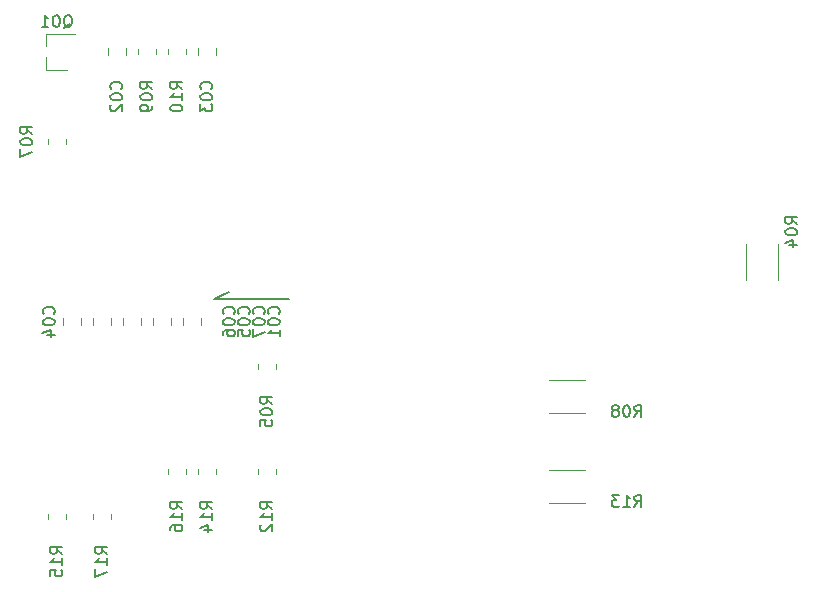
<source format=gbr>
%TF.GenerationSoftware,KiCad,Pcbnew,(6.0.6)*%
%TF.CreationDate,2022-08-31T19:42:32-05:00*%
%TF.ProjectId,Lavadora,4c617661-646f-4726-912e-6b696361645f,rev?*%
%TF.SameCoordinates,Original*%
%TF.FileFunction,Legend,Bot*%
%TF.FilePolarity,Positive*%
%FSLAX46Y46*%
G04 Gerber Fmt 4.6, Leading zero omitted, Abs format (unit mm)*
G04 Created by KiCad (PCBNEW (6.0.6)) date 2022-08-31 19:42:32*
%MOMM*%
%LPD*%
G01*
G04 APERTURE LIST*
%ADD10C,0.150000*%
%ADD11C,0.120000*%
G04 APERTURE END LIST*
D10*
X18415000Y-26035000D02*
X19685000Y-25400000D01*
X24765000Y-26035000D02*
X18415000Y-26035000D01*
%TO.C,R04*%
X67762380Y-19677142D02*
X67286190Y-19343809D01*
X67762380Y-19105714D02*
X66762380Y-19105714D01*
X66762380Y-19486666D01*
X66810000Y-19581904D01*
X66857619Y-19629523D01*
X66952857Y-19677142D01*
X67095714Y-19677142D01*
X67190952Y-19629523D01*
X67238571Y-19581904D01*
X67286190Y-19486666D01*
X67286190Y-19105714D01*
X66762380Y-20296190D02*
X66762380Y-20391428D01*
X66810000Y-20486666D01*
X66857619Y-20534285D01*
X66952857Y-20581904D01*
X67143333Y-20629523D01*
X67381428Y-20629523D01*
X67571904Y-20581904D01*
X67667142Y-20534285D01*
X67714761Y-20486666D01*
X67762380Y-20391428D01*
X67762380Y-20296190D01*
X67714761Y-20200952D01*
X67667142Y-20153333D01*
X67571904Y-20105714D01*
X67381428Y-20058095D01*
X67143333Y-20058095D01*
X66952857Y-20105714D01*
X66857619Y-20153333D01*
X66810000Y-20200952D01*
X66762380Y-20296190D01*
X67095714Y-21486666D02*
X67762380Y-21486666D01*
X66714761Y-21248571D02*
X67429047Y-21010476D01*
X67429047Y-21629523D01*
%TO.C,R13*%
X53982857Y-43632380D02*
X54316190Y-43156190D01*
X54554285Y-43632380D02*
X54554285Y-42632380D01*
X54173333Y-42632380D01*
X54078095Y-42680000D01*
X54030476Y-42727619D01*
X53982857Y-42822857D01*
X53982857Y-42965714D01*
X54030476Y-43060952D01*
X54078095Y-43108571D01*
X54173333Y-43156190D01*
X54554285Y-43156190D01*
X53030476Y-43632380D02*
X53601904Y-43632380D01*
X53316190Y-43632380D02*
X53316190Y-42632380D01*
X53411428Y-42775238D01*
X53506666Y-42870476D01*
X53601904Y-42918095D01*
X52697142Y-42632380D02*
X52078095Y-42632380D01*
X52411428Y-43013333D01*
X52268571Y-43013333D01*
X52173333Y-43060952D01*
X52125714Y-43108571D01*
X52078095Y-43203809D01*
X52078095Y-43441904D01*
X52125714Y-43537142D01*
X52173333Y-43584761D01*
X52268571Y-43632380D01*
X52554285Y-43632380D01*
X52649523Y-43584761D01*
X52697142Y-43537142D01*
%TO.C,R08*%
X53982857Y-36012380D02*
X54316190Y-35536190D01*
X54554285Y-36012380D02*
X54554285Y-35012380D01*
X54173333Y-35012380D01*
X54078095Y-35060000D01*
X54030476Y-35107619D01*
X53982857Y-35202857D01*
X53982857Y-35345714D01*
X54030476Y-35440952D01*
X54078095Y-35488571D01*
X54173333Y-35536190D01*
X54554285Y-35536190D01*
X53363809Y-35012380D02*
X53268571Y-35012380D01*
X53173333Y-35060000D01*
X53125714Y-35107619D01*
X53078095Y-35202857D01*
X53030476Y-35393333D01*
X53030476Y-35631428D01*
X53078095Y-35821904D01*
X53125714Y-35917142D01*
X53173333Y-35964761D01*
X53268571Y-36012380D01*
X53363809Y-36012380D01*
X53459047Y-35964761D01*
X53506666Y-35917142D01*
X53554285Y-35821904D01*
X53601904Y-35631428D01*
X53601904Y-35393333D01*
X53554285Y-35202857D01*
X53506666Y-35107619D01*
X53459047Y-35060000D01*
X53363809Y-35012380D01*
X52459047Y-35440952D02*
X52554285Y-35393333D01*
X52601904Y-35345714D01*
X52649523Y-35250476D01*
X52649523Y-35202857D01*
X52601904Y-35107619D01*
X52554285Y-35060000D01*
X52459047Y-35012380D01*
X52268571Y-35012380D01*
X52173333Y-35060000D01*
X52125714Y-35107619D01*
X52078095Y-35202857D01*
X52078095Y-35250476D01*
X52125714Y-35345714D01*
X52173333Y-35393333D01*
X52268571Y-35440952D01*
X52459047Y-35440952D01*
X52554285Y-35488571D01*
X52601904Y-35536190D01*
X52649523Y-35631428D01*
X52649523Y-35821904D01*
X52601904Y-35917142D01*
X52554285Y-35964761D01*
X52459047Y-36012380D01*
X52268571Y-36012380D01*
X52173333Y-35964761D01*
X52125714Y-35917142D01*
X52078095Y-35821904D01*
X52078095Y-35631428D01*
X52125714Y-35536190D01*
X52173333Y-35488571D01*
X52268571Y-35440952D01*
%TO.C,C02*%
X10517142Y-8247142D02*
X10564761Y-8199523D01*
X10612380Y-8056666D01*
X10612380Y-7961428D01*
X10564761Y-7818571D01*
X10469523Y-7723333D01*
X10374285Y-7675714D01*
X10183809Y-7628095D01*
X10040952Y-7628095D01*
X9850476Y-7675714D01*
X9755238Y-7723333D01*
X9660000Y-7818571D01*
X9612380Y-7961428D01*
X9612380Y-8056666D01*
X9660000Y-8199523D01*
X9707619Y-8247142D01*
X9612380Y-8866190D02*
X9612380Y-8961428D01*
X9660000Y-9056666D01*
X9707619Y-9104285D01*
X9802857Y-9151904D01*
X9993333Y-9199523D01*
X10231428Y-9199523D01*
X10421904Y-9151904D01*
X10517142Y-9104285D01*
X10564761Y-9056666D01*
X10612380Y-8961428D01*
X10612380Y-8866190D01*
X10564761Y-8770952D01*
X10517142Y-8723333D01*
X10421904Y-8675714D01*
X10231428Y-8628095D01*
X9993333Y-8628095D01*
X9802857Y-8675714D01*
X9707619Y-8723333D01*
X9660000Y-8770952D01*
X9612380Y-8866190D01*
X9707619Y-9580476D02*
X9660000Y-9628095D01*
X9612380Y-9723333D01*
X9612380Y-9961428D01*
X9660000Y-10056666D01*
X9707619Y-10104285D01*
X9802857Y-10151904D01*
X9898095Y-10151904D01*
X10040952Y-10104285D01*
X10612380Y-9532857D01*
X10612380Y-10151904D01*
%TO.C,C03*%
X18137142Y-8247142D02*
X18184761Y-8199523D01*
X18232380Y-8056666D01*
X18232380Y-7961428D01*
X18184761Y-7818571D01*
X18089523Y-7723333D01*
X17994285Y-7675714D01*
X17803809Y-7628095D01*
X17660952Y-7628095D01*
X17470476Y-7675714D01*
X17375238Y-7723333D01*
X17280000Y-7818571D01*
X17232380Y-7961428D01*
X17232380Y-8056666D01*
X17280000Y-8199523D01*
X17327619Y-8247142D01*
X17232380Y-8866190D02*
X17232380Y-8961428D01*
X17280000Y-9056666D01*
X17327619Y-9104285D01*
X17422857Y-9151904D01*
X17613333Y-9199523D01*
X17851428Y-9199523D01*
X18041904Y-9151904D01*
X18137142Y-9104285D01*
X18184761Y-9056666D01*
X18232380Y-8961428D01*
X18232380Y-8866190D01*
X18184761Y-8770952D01*
X18137142Y-8723333D01*
X18041904Y-8675714D01*
X17851428Y-8628095D01*
X17613333Y-8628095D01*
X17422857Y-8675714D01*
X17327619Y-8723333D01*
X17280000Y-8770952D01*
X17232380Y-8866190D01*
X17232380Y-9532857D02*
X17232380Y-10151904D01*
X17613333Y-9818571D01*
X17613333Y-9961428D01*
X17660952Y-10056666D01*
X17708571Y-10104285D01*
X17803809Y-10151904D01*
X18041904Y-10151904D01*
X18137142Y-10104285D01*
X18184761Y-10056666D01*
X18232380Y-9961428D01*
X18232380Y-9675714D01*
X18184761Y-9580476D01*
X18137142Y-9532857D01*
%TO.C,C07*%
X22582142Y-27297142D02*
X22629761Y-27249523D01*
X22677380Y-27106666D01*
X22677380Y-27011428D01*
X22629761Y-26868571D01*
X22534523Y-26773333D01*
X22439285Y-26725714D01*
X22248809Y-26678095D01*
X22105952Y-26678095D01*
X21915476Y-26725714D01*
X21820238Y-26773333D01*
X21725000Y-26868571D01*
X21677380Y-27011428D01*
X21677380Y-27106666D01*
X21725000Y-27249523D01*
X21772619Y-27297142D01*
X21677380Y-27916190D02*
X21677380Y-28011428D01*
X21725000Y-28106666D01*
X21772619Y-28154285D01*
X21867857Y-28201904D01*
X22058333Y-28249523D01*
X22296428Y-28249523D01*
X22486904Y-28201904D01*
X22582142Y-28154285D01*
X22629761Y-28106666D01*
X22677380Y-28011428D01*
X22677380Y-27916190D01*
X22629761Y-27820952D01*
X22582142Y-27773333D01*
X22486904Y-27725714D01*
X22296428Y-27678095D01*
X22058333Y-27678095D01*
X21867857Y-27725714D01*
X21772619Y-27773333D01*
X21725000Y-27820952D01*
X21677380Y-27916190D01*
X21677380Y-28582857D02*
X21677380Y-29249523D01*
X22677380Y-28820952D01*
%TO.C,Q01*%
X5651428Y-3087619D02*
X5746666Y-3040000D01*
X5841904Y-2944761D01*
X5984761Y-2801904D01*
X6080000Y-2754285D01*
X6175238Y-2754285D01*
X6127619Y-2992380D02*
X6222857Y-2944761D01*
X6318095Y-2849523D01*
X6365714Y-2659047D01*
X6365714Y-2325714D01*
X6318095Y-2135238D01*
X6222857Y-2040000D01*
X6127619Y-1992380D01*
X5937142Y-1992380D01*
X5841904Y-2040000D01*
X5746666Y-2135238D01*
X5699047Y-2325714D01*
X5699047Y-2659047D01*
X5746666Y-2849523D01*
X5841904Y-2944761D01*
X5937142Y-2992380D01*
X6127619Y-2992380D01*
X5080000Y-1992380D02*
X4984761Y-1992380D01*
X4889523Y-2040000D01*
X4841904Y-2087619D01*
X4794285Y-2182857D01*
X4746666Y-2373333D01*
X4746666Y-2611428D01*
X4794285Y-2801904D01*
X4841904Y-2897142D01*
X4889523Y-2944761D01*
X4984761Y-2992380D01*
X5080000Y-2992380D01*
X5175238Y-2944761D01*
X5222857Y-2897142D01*
X5270476Y-2801904D01*
X5318095Y-2611428D01*
X5318095Y-2373333D01*
X5270476Y-2182857D01*
X5222857Y-2087619D01*
X5175238Y-2040000D01*
X5080000Y-1992380D01*
X3794285Y-2992380D02*
X4365714Y-2992380D01*
X4080000Y-2992380D02*
X4080000Y-1992380D01*
X4175238Y-2135238D01*
X4270476Y-2230476D01*
X4365714Y-2278095D01*
%TO.C,R16*%
X15692380Y-43807142D02*
X15216190Y-43473809D01*
X15692380Y-43235714D02*
X14692380Y-43235714D01*
X14692380Y-43616666D01*
X14740000Y-43711904D01*
X14787619Y-43759523D01*
X14882857Y-43807142D01*
X15025714Y-43807142D01*
X15120952Y-43759523D01*
X15168571Y-43711904D01*
X15216190Y-43616666D01*
X15216190Y-43235714D01*
X15692380Y-44759523D02*
X15692380Y-44188095D01*
X15692380Y-44473809D02*
X14692380Y-44473809D01*
X14835238Y-44378571D01*
X14930476Y-44283333D01*
X14978095Y-44188095D01*
X14692380Y-45616666D02*
X14692380Y-45426190D01*
X14740000Y-45330952D01*
X14787619Y-45283333D01*
X14930476Y-45188095D01*
X15120952Y-45140476D01*
X15501904Y-45140476D01*
X15597142Y-45188095D01*
X15644761Y-45235714D01*
X15692380Y-45330952D01*
X15692380Y-45521428D01*
X15644761Y-45616666D01*
X15597142Y-45664285D01*
X15501904Y-45711904D01*
X15263809Y-45711904D01*
X15168571Y-45664285D01*
X15120952Y-45616666D01*
X15073333Y-45521428D01*
X15073333Y-45330952D01*
X15120952Y-45235714D01*
X15168571Y-45188095D01*
X15263809Y-45140476D01*
%TO.C,C01*%
X23852142Y-27297142D02*
X23899761Y-27249523D01*
X23947380Y-27106666D01*
X23947380Y-27011428D01*
X23899761Y-26868571D01*
X23804523Y-26773333D01*
X23709285Y-26725714D01*
X23518809Y-26678095D01*
X23375952Y-26678095D01*
X23185476Y-26725714D01*
X23090238Y-26773333D01*
X22995000Y-26868571D01*
X22947380Y-27011428D01*
X22947380Y-27106666D01*
X22995000Y-27249523D01*
X23042619Y-27297142D01*
X22947380Y-27916190D02*
X22947380Y-28011428D01*
X22995000Y-28106666D01*
X23042619Y-28154285D01*
X23137857Y-28201904D01*
X23328333Y-28249523D01*
X23566428Y-28249523D01*
X23756904Y-28201904D01*
X23852142Y-28154285D01*
X23899761Y-28106666D01*
X23947380Y-28011428D01*
X23947380Y-27916190D01*
X23899761Y-27820952D01*
X23852142Y-27773333D01*
X23756904Y-27725714D01*
X23566428Y-27678095D01*
X23328333Y-27678095D01*
X23137857Y-27725714D01*
X23042619Y-27773333D01*
X22995000Y-27820952D01*
X22947380Y-27916190D01*
X23947380Y-29201904D02*
X23947380Y-28630476D01*
X23947380Y-28916190D02*
X22947380Y-28916190D01*
X23090238Y-28820952D01*
X23185476Y-28725714D01*
X23233095Y-28630476D01*
%TO.C,C04*%
X4802142Y-27297142D02*
X4849761Y-27249523D01*
X4897380Y-27106666D01*
X4897380Y-27011428D01*
X4849761Y-26868571D01*
X4754523Y-26773333D01*
X4659285Y-26725714D01*
X4468809Y-26678095D01*
X4325952Y-26678095D01*
X4135476Y-26725714D01*
X4040238Y-26773333D01*
X3945000Y-26868571D01*
X3897380Y-27011428D01*
X3897380Y-27106666D01*
X3945000Y-27249523D01*
X3992619Y-27297142D01*
X3897380Y-27916190D02*
X3897380Y-28011428D01*
X3945000Y-28106666D01*
X3992619Y-28154285D01*
X4087857Y-28201904D01*
X4278333Y-28249523D01*
X4516428Y-28249523D01*
X4706904Y-28201904D01*
X4802142Y-28154285D01*
X4849761Y-28106666D01*
X4897380Y-28011428D01*
X4897380Y-27916190D01*
X4849761Y-27820952D01*
X4802142Y-27773333D01*
X4706904Y-27725714D01*
X4516428Y-27678095D01*
X4278333Y-27678095D01*
X4087857Y-27725714D01*
X3992619Y-27773333D01*
X3945000Y-27820952D01*
X3897380Y-27916190D01*
X4230714Y-29106666D02*
X4897380Y-29106666D01*
X3849761Y-28868571D02*
X4564047Y-28630476D01*
X4564047Y-29249523D01*
%TO.C,R14*%
X18232380Y-43807142D02*
X17756190Y-43473809D01*
X18232380Y-43235714D02*
X17232380Y-43235714D01*
X17232380Y-43616666D01*
X17280000Y-43711904D01*
X17327619Y-43759523D01*
X17422857Y-43807142D01*
X17565714Y-43807142D01*
X17660952Y-43759523D01*
X17708571Y-43711904D01*
X17756190Y-43616666D01*
X17756190Y-43235714D01*
X18232380Y-44759523D02*
X18232380Y-44188095D01*
X18232380Y-44473809D02*
X17232380Y-44473809D01*
X17375238Y-44378571D01*
X17470476Y-44283333D01*
X17518095Y-44188095D01*
X17565714Y-45616666D02*
X18232380Y-45616666D01*
X17184761Y-45378571D02*
X17899047Y-45140476D01*
X17899047Y-45759523D01*
%TO.C,R12*%
X23312380Y-43807142D02*
X22836190Y-43473809D01*
X23312380Y-43235714D02*
X22312380Y-43235714D01*
X22312380Y-43616666D01*
X22360000Y-43711904D01*
X22407619Y-43759523D01*
X22502857Y-43807142D01*
X22645714Y-43807142D01*
X22740952Y-43759523D01*
X22788571Y-43711904D01*
X22836190Y-43616666D01*
X22836190Y-43235714D01*
X23312380Y-44759523D02*
X23312380Y-44188095D01*
X23312380Y-44473809D02*
X22312380Y-44473809D01*
X22455238Y-44378571D01*
X22550476Y-44283333D01*
X22598095Y-44188095D01*
X22407619Y-45140476D02*
X22360000Y-45188095D01*
X22312380Y-45283333D01*
X22312380Y-45521428D01*
X22360000Y-45616666D01*
X22407619Y-45664285D01*
X22502857Y-45711904D01*
X22598095Y-45711904D01*
X22740952Y-45664285D01*
X23312380Y-45092857D01*
X23312380Y-45711904D01*
%TO.C,R07*%
X2992380Y-12057142D02*
X2516190Y-11723809D01*
X2992380Y-11485714D02*
X1992380Y-11485714D01*
X1992380Y-11866666D01*
X2040000Y-11961904D01*
X2087619Y-12009523D01*
X2182857Y-12057142D01*
X2325714Y-12057142D01*
X2420952Y-12009523D01*
X2468571Y-11961904D01*
X2516190Y-11866666D01*
X2516190Y-11485714D01*
X1992380Y-12676190D02*
X1992380Y-12771428D01*
X2040000Y-12866666D01*
X2087619Y-12914285D01*
X2182857Y-12961904D01*
X2373333Y-13009523D01*
X2611428Y-13009523D01*
X2801904Y-12961904D01*
X2897142Y-12914285D01*
X2944761Y-12866666D01*
X2992380Y-12771428D01*
X2992380Y-12676190D01*
X2944761Y-12580952D01*
X2897142Y-12533333D01*
X2801904Y-12485714D01*
X2611428Y-12438095D01*
X2373333Y-12438095D01*
X2182857Y-12485714D01*
X2087619Y-12533333D01*
X2040000Y-12580952D01*
X1992380Y-12676190D01*
X1992380Y-13342857D02*
X1992380Y-14009523D01*
X2992380Y-13580952D01*
%TO.C,C05*%
X21312142Y-27297142D02*
X21359761Y-27249523D01*
X21407380Y-27106666D01*
X21407380Y-27011428D01*
X21359761Y-26868571D01*
X21264523Y-26773333D01*
X21169285Y-26725714D01*
X20978809Y-26678095D01*
X20835952Y-26678095D01*
X20645476Y-26725714D01*
X20550238Y-26773333D01*
X20455000Y-26868571D01*
X20407380Y-27011428D01*
X20407380Y-27106666D01*
X20455000Y-27249523D01*
X20502619Y-27297142D01*
X20407380Y-27916190D02*
X20407380Y-28011428D01*
X20455000Y-28106666D01*
X20502619Y-28154285D01*
X20597857Y-28201904D01*
X20788333Y-28249523D01*
X21026428Y-28249523D01*
X21216904Y-28201904D01*
X21312142Y-28154285D01*
X21359761Y-28106666D01*
X21407380Y-28011428D01*
X21407380Y-27916190D01*
X21359761Y-27820952D01*
X21312142Y-27773333D01*
X21216904Y-27725714D01*
X21026428Y-27678095D01*
X20788333Y-27678095D01*
X20597857Y-27725714D01*
X20502619Y-27773333D01*
X20455000Y-27820952D01*
X20407380Y-27916190D01*
X20407380Y-29154285D02*
X20407380Y-28678095D01*
X20883571Y-28630476D01*
X20835952Y-28678095D01*
X20788333Y-28773333D01*
X20788333Y-29011428D01*
X20835952Y-29106666D01*
X20883571Y-29154285D01*
X20978809Y-29201904D01*
X21216904Y-29201904D01*
X21312142Y-29154285D01*
X21359761Y-29106666D01*
X21407380Y-29011428D01*
X21407380Y-28773333D01*
X21359761Y-28678095D01*
X21312142Y-28630476D01*
%TO.C,R09*%
X13152380Y-8247142D02*
X12676190Y-7913809D01*
X13152380Y-7675714D02*
X12152380Y-7675714D01*
X12152380Y-8056666D01*
X12200000Y-8151904D01*
X12247619Y-8199523D01*
X12342857Y-8247142D01*
X12485714Y-8247142D01*
X12580952Y-8199523D01*
X12628571Y-8151904D01*
X12676190Y-8056666D01*
X12676190Y-7675714D01*
X12152380Y-8866190D02*
X12152380Y-8961428D01*
X12200000Y-9056666D01*
X12247619Y-9104285D01*
X12342857Y-9151904D01*
X12533333Y-9199523D01*
X12771428Y-9199523D01*
X12961904Y-9151904D01*
X13057142Y-9104285D01*
X13104761Y-9056666D01*
X13152380Y-8961428D01*
X13152380Y-8866190D01*
X13104761Y-8770952D01*
X13057142Y-8723333D01*
X12961904Y-8675714D01*
X12771428Y-8628095D01*
X12533333Y-8628095D01*
X12342857Y-8675714D01*
X12247619Y-8723333D01*
X12200000Y-8770952D01*
X12152380Y-8866190D01*
X13152380Y-9675714D02*
X13152380Y-9866190D01*
X13104761Y-9961428D01*
X13057142Y-10009047D01*
X12914285Y-10104285D01*
X12723809Y-10151904D01*
X12342857Y-10151904D01*
X12247619Y-10104285D01*
X12200000Y-10056666D01*
X12152380Y-9961428D01*
X12152380Y-9770952D01*
X12200000Y-9675714D01*
X12247619Y-9628095D01*
X12342857Y-9580476D01*
X12580952Y-9580476D01*
X12676190Y-9628095D01*
X12723809Y-9675714D01*
X12771428Y-9770952D01*
X12771428Y-9961428D01*
X12723809Y-10056666D01*
X12676190Y-10104285D01*
X12580952Y-10151904D01*
%TO.C,R15*%
X5532380Y-47617142D02*
X5056190Y-47283809D01*
X5532380Y-47045714D02*
X4532380Y-47045714D01*
X4532380Y-47426666D01*
X4580000Y-47521904D01*
X4627619Y-47569523D01*
X4722857Y-47617142D01*
X4865714Y-47617142D01*
X4960952Y-47569523D01*
X5008571Y-47521904D01*
X5056190Y-47426666D01*
X5056190Y-47045714D01*
X5532380Y-48569523D02*
X5532380Y-47998095D01*
X5532380Y-48283809D02*
X4532380Y-48283809D01*
X4675238Y-48188571D01*
X4770476Y-48093333D01*
X4818095Y-47998095D01*
X4532380Y-49474285D02*
X4532380Y-48998095D01*
X5008571Y-48950476D01*
X4960952Y-48998095D01*
X4913333Y-49093333D01*
X4913333Y-49331428D01*
X4960952Y-49426666D01*
X5008571Y-49474285D01*
X5103809Y-49521904D01*
X5341904Y-49521904D01*
X5437142Y-49474285D01*
X5484761Y-49426666D01*
X5532380Y-49331428D01*
X5532380Y-49093333D01*
X5484761Y-48998095D01*
X5437142Y-48950476D01*
%TO.C,R10*%
X15692380Y-8247142D02*
X15216190Y-7913809D01*
X15692380Y-7675714D02*
X14692380Y-7675714D01*
X14692380Y-8056666D01*
X14740000Y-8151904D01*
X14787619Y-8199523D01*
X14882857Y-8247142D01*
X15025714Y-8247142D01*
X15120952Y-8199523D01*
X15168571Y-8151904D01*
X15216190Y-8056666D01*
X15216190Y-7675714D01*
X15692380Y-9199523D02*
X15692380Y-8628095D01*
X15692380Y-8913809D02*
X14692380Y-8913809D01*
X14835238Y-8818571D01*
X14930476Y-8723333D01*
X14978095Y-8628095D01*
X14692380Y-9818571D02*
X14692380Y-9913809D01*
X14740000Y-10009047D01*
X14787619Y-10056666D01*
X14882857Y-10104285D01*
X15073333Y-10151904D01*
X15311428Y-10151904D01*
X15501904Y-10104285D01*
X15597142Y-10056666D01*
X15644761Y-10009047D01*
X15692380Y-9913809D01*
X15692380Y-9818571D01*
X15644761Y-9723333D01*
X15597142Y-9675714D01*
X15501904Y-9628095D01*
X15311428Y-9580476D01*
X15073333Y-9580476D01*
X14882857Y-9628095D01*
X14787619Y-9675714D01*
X14740000Y-9723333D01*
X14692380Y-9818571D01*
%TO.C,R17*%
X9342380Y-47617142D02*
X8866190Y-47283809D01*
X9342380Y-47045714D02*
X8342380Y-47045714D01*
X8342380Y-47426666D01*
X8390000Y-47521904D01*
X8437619Y-47569523D01*
X8532857Y-47617142D01*
X8675714Y-47617142D01*
X8770952Y-47569523D01*
X8818571Y-47521904D01*
X8866190Y-47426666D01*
X8866190Y-47045714D01*
X9342380Y-48569523D02*
X9342380Y-47998095D01*
X9342380Y-48283809D02*
X8342380Y-48283809D01*
X8485238Y-48188571D01*
X8580476Y-48093333D01*
X8628095Y-47998095D01*
X8342380Y-48902857D02*
X8342380Y-49569523D01*
X9342380Y-49140952D01*
%TO.C,C06*%
X20042142Y-27297142D02*
X20089761Y-27249523D01*
X20137380Y-27106666D01*
X20137380Y-27011428D01*
X20089761Y-26868571D01*
X19994523Y-26773333D01*
X19899285Y-26725714D01*
X19708809Y-26678095D01*
X19565952Y-26678095D01*
X19375476Y-26725714D01*
X19280238Y-26773333D01*
X19185000Y-26868571D01*
X19137380Y-27011428D01*
X19137380Y-27106666D01*
X19185000Y-27249523D01*
X19232619Y-27297142D01*
X19137380Y-27916190D02*
X19137380Y-28011428D01*
X19185000Y-28106666D01*
X19232619Y-28154285D01*
X19327857Y-28201904D01*
X19518333Y-28249523D01*
X19756428Y-28249523D01*
X19946904Y-28201904D01*
X20042142Y-28154285D01*
X20089761Y-28106666D01*
X20137380Y-28011428D01*
X20137380Y-27916190D01*
X20089761Y-27820952D01*
X20042142Y-27773333D01*
X19946904Y-27725714D01*
X19756428Y-27678095D01*
X19518333Y-27678095D01*
X19327857Y-27725714D01*
X19232619Y-27773333D01*
X19185000Y-27820952D01*
X19137380Y-27916190D01*
X19137380Y-29106666D02*
X19137380Y-28916190D01*
X19185000Y-28820952D01*
X19232619Y-28773333D01*
X19375476Y-28678095D01*
X19565952Y-28630476D01*
X19946904Y-28630476D01*
X20042142Y-28678095D01*
X20089761Y-28725714D01*
X20137380Y-28820952D01*
X20137380Y-29011428D01*
X20089761Y-29106666D01*
X20042142Y-29154285D01*
X19946904Y-29201904D01*
X19708809Y-29201904D01*
X19613571Y-29154285D01*
X19565952Y-29106666D01*
X19518333Y-29011428D01*
X19518333Y-28820952D01*
X19565952Y-28725714D01*
X19613571Y-28678095D01*
X19708809Y-28630476D01*
%TO.C,R05*%
X23312380Y-34917142D02*
X22836190Y-34583809D01*
X23312380Y-34345714D02*
X22312380Y-34345714D01*
X22312380Y-34726666D01*
X22360000Y-34821904D01*
X22407619Y-34869523D01*
X22502857Y-34917142D01*
X22645714Y-34917142D01*
X22740952Y-34869523D01*
X22788571Y-34821904D01*
X22836190Y-34726666D01*
X22836190Y-34345714D01*
X22312380Y-35536190D02*
X22312380Y-35631428D01*
X22360000Y-35726666D01*
X22407619Y-35774285D01*
X22502857Y-35821904D01*
X22693333Y-35869523D01*
X22931428Y-35869523D01*
X23121904Y-35821904D01*
X23217142Y-35774285D01*
X23264761Y-35726666D01*
X23312380Y-35631428D01*
X23312380Y-35536190D01*
X23264761Y-35440952D01*
X23217142Y-35393333D01*
X23121904Y-35345714D01*
X22931428Y-35298095D01*
X22693333Y-35298095D01*
X22502857Y-35345714D01*
X22407619Y-35393333D01*
X22360000Y-35440952D01*
X22312380Y-35536190D01*
X22312380Y-36774285D02*
X22312380Y-36298095D01*
X22788571Y-36250476D01*
X22740952Y-36298095D01*
X22693333Y-36393333D01*
X22693333Y-36631428D01*
X22740952Y-36726666D01*
X22788571Y-36774285D01*
X22883809Y-36821904D01*
X23121904Y-36821904D01*
X23217142Y-36774285D01*
X23264761Y-36726666D01*
X23312380Y-36631428D01*
X23312380Y-36393333D01*
X23264761Y-36298095D01*
X23217142Y-36250476D01*
D11*
%TO.C,R04*%
X66130000Y-21332936D02*
X66130000Y-24387064D01*
X63410000Y-21332936D02*
X63410000Y-24387064D01*
%TO.C,R13*%
X49787064Y-40550000D02*
X46732936Y-40550000D01*
X49787064Y-43270000D02*
X46732936Y-43270000D01*
%TO.C,R08*%
X49787064Y-35650000D02*
X46732936Y-35650000D01*
X49787064Y-32930000D02*
X46732936Y-32930000D01*
%TO.C,C02*%
X9425000Y-5341252D02*
X9425000Y-4818748D01*
X10895000Y-5341252D02*
X10895000Y-4818748D01*
%TO.C,C03*%
X18515000Y-5341252D02*
X18515000Y-4818748D01*
X17045000Y-5341252D02*
X17045000Y-4818748D01*
%TO.C,C07*%
X13235000Y-28201252D02*
X13235000Y-27678748D01*
X14705000Y-28201252D02*
X14705000Y-27678748D01*
%TO.C,Q01*%
X4130000Y-3580000D02*
X4130000Y-4580000D01*
X4130000Y-6630000D02*
X5980000Y-6630000D01*
X4130000Y-5580000D02*
X4130000Y-6630000D01*
X4150000Y-3570000D02*
X6580000Y-3570000D01*
%TO.C,R16*%
X14505000Y-40867064D02*
X14505000Y-40412936D01*
X15975000Y-40867064D02*
X15975000Y-40412936D01*
%TO.C,C01*%
X17245000Y-28201252D02*
X17245000Y-27678748D01*
X15775000Y-28201252D02*
X15775000Y-27678748D01*
%TO.C,C04*%
X7085000Y-28201252D02*
X7085000Y-27678748D01*
X5615000Y-28201252D02*
X5615000Y-27678748D01*
%TO.C,R14*%
X17045000Y-40867064D02*
X17045000Y-40412936D01*
X18515000Y-40867064D02*
X18515000Y-40412936D01*
%TO.C,R12*%
X23595000Y-40867064D02*
X23595000Y-40412936D01*
X22125000Y-40867064D02*
X22125000Y-40412936D01*
%TO.C,R07*%
X5815000Y-12927064D02*
X5815000Y-12472936D01*
X4345000Y-12927064D02*
X4345000Y-12472936D01*
%TO.C,C05*%
X10695000Y-28201252D02*
X10695000Y-27678748D01*
X12165000Y-28201252D02*
X12165000Y-27678748D01*
%TO.C,R09*%
X11965000Y-5307064D02*
X11965000Y-4852936D01*
X13435000Y-5307064D02*
X13435000Y-4852936D01*
%TO.C,R15*%
X5815000Y-44677064D02*
X5815000Y-44222936D01*
X4345000Y-44677064D02*
X4345000Y-44222936D01*
%TO.C,R10*%
X15975000Y-5307064D02*
X15975000Y-4852936D01*
X14505000Y-5307064D02*
X14505000Y-4852936D01*
%TO.C,R17*%
X9625000Y-44677064D02*
X9625000Y-44222936D01*
X8155000Y-44677064D02*
X8155000Y-44222936D01*
%TO.C,C06*%
X8155000Y-28201252D02*
X8155000Y-27678748D01*
X9625000Y-28201252D02*
X9625000Y-27678748D01*
%TO.C,R05*%
X22125000Y-31977064D02*
X22125000Y-31522936D01*
X23595000Y-31977064D02*
X23595000Y-31522936D01*
%TD*%
M02*

</source>
